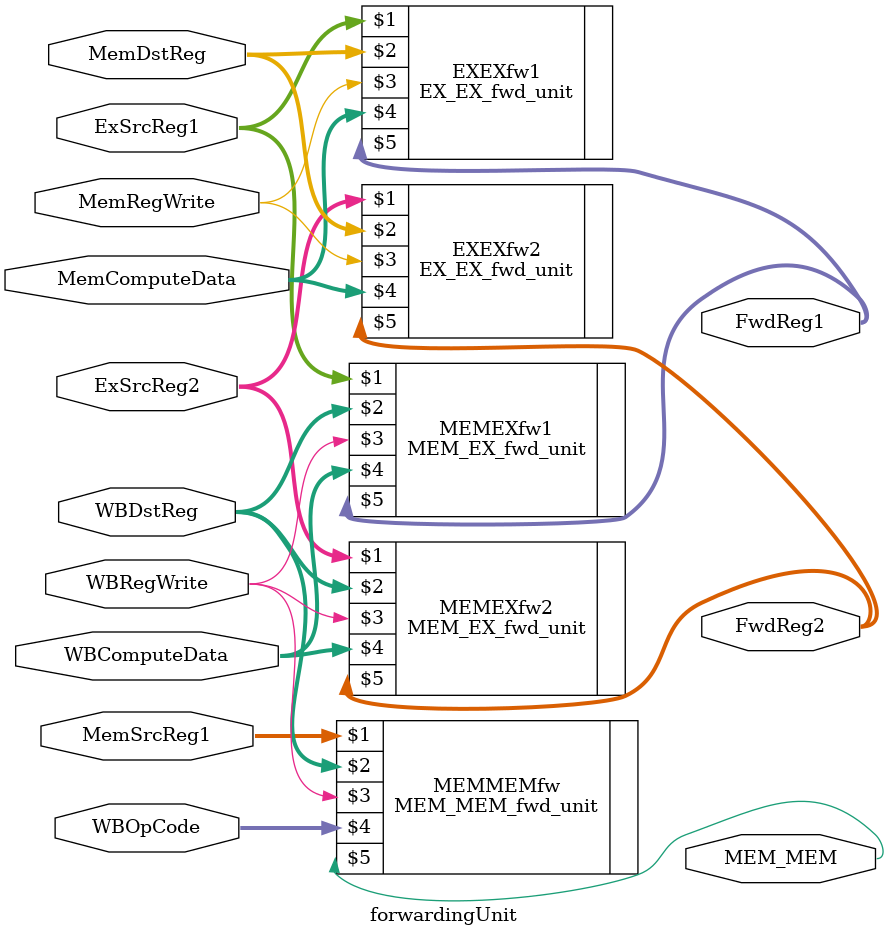
<source format=v>
module forwardingUnit(ExSrcReg1, ExSrcReg2, MemDstReg, MemRegWrite, WBRegWrite, WBDstReg, WBComputeData, MemComputeData, MemSrcReg1, WBOpCode, 
                      FwdReg1, FwdReg2, MEM_MEM);

    input [3:0] ExSrcReg1, ExSrcReg2, MemDstReg, WBDstReg, MemSrcReg1, WBOpCode;
    input MemRegWrite, WBRegWrite;
    input [15:0] WBComputeData, MemComputeData;

    output [15:0] FwdReg1, FwdReg2;
    output MEM_MEM;

    // Ex to Ex Forwarding Unit (2)
    EX_EX_fwd_unit EXEXfw1(ExSrcReg1, MemDstReg, MemRegWrite, MemComputeData, FwdReg1);
    EX_EX_fwd_unit EXEXfw2(ExSrcReg2, MemDstReg, MemRegWrite, MemComputeData, FwdReg2);
   
    // Mem to Ex Forwarding Unit (2)
    MEM_EX_fwd_unit MEMEXfw1(ExSrcReg1, WBDstReg, WBRegWrite, WBComputeData, FwdReg1);
    MEM_EX_fwd_unit MEMEXfw2(ExSrcReg2, WBDstReg, WBRegWrite, WBComputeData, FwdReg2);

    // Mem to Mem Forwarding Unit (1)
    MEM_MEM_fwd_unit MEMMEMfw(MemSrcReg1, WBDstReg, WBRegWrite, WBOpCode, MEM_MEM);
    
endmodule

</source>
